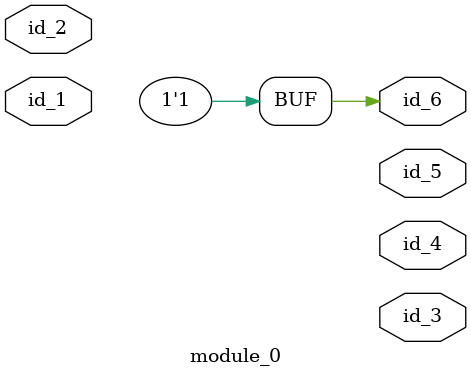
<source format=v>
module module_0 (
    id_1,
    id_2,
    id_3,
    id_4,
    id_5,
    id_6
);
  output id_6;
  output id_5;
  output id_4;
  output id_3;
  input id_2;
  input id_1;
  always @* id_6 <= #1 1;
endmodule

</source>
